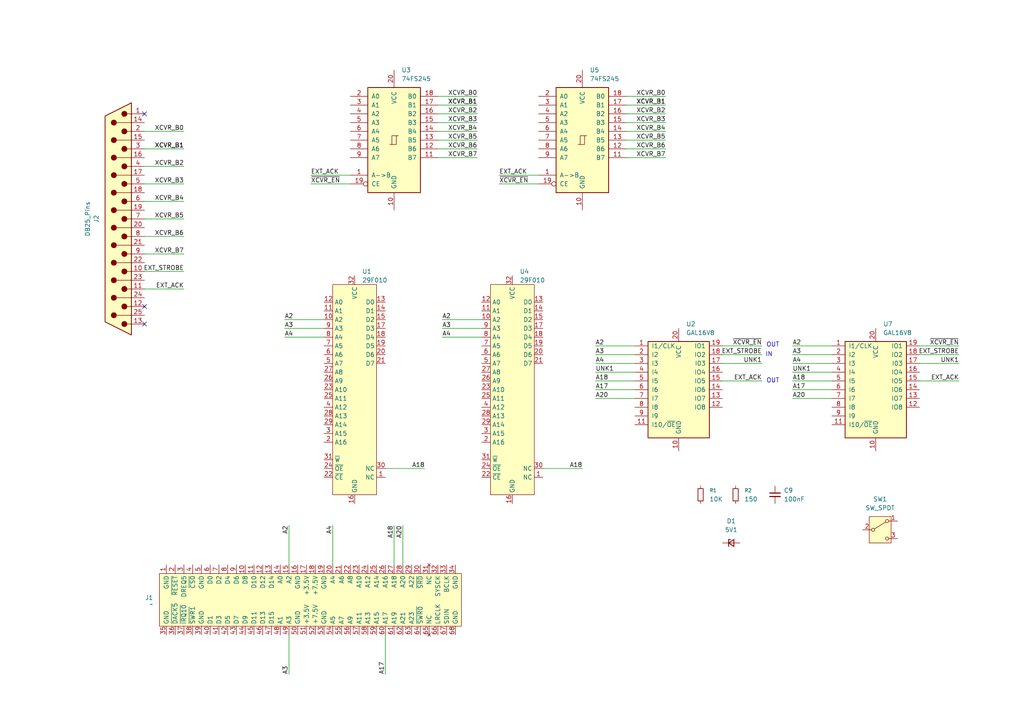
<source format=kicad_sch>
(kicad_sch (version 20250114) (generator "eeschema") (generator_version "9.0")
  (paper "A4")
  (lib_symbols
    (symbol "29F010_1"
      (property "Reference" "U" (at 3.048 28.448 0))
      (property "Value" "29F010" (at 0 0 90))
      (symbol "29F010_1_1_1"
        (rectangle (start -6.35 26.67) (end 6.35 -34.29) (fill (type background)))
        (pin input line (at -8.89 21.59 0) (length 2.54) (name "A0") (number "12"))
        (pin input line (at -8.89 19.05 0) (length 2.54) (name "A1") (number "11"))
        (pin input line (at -8.89 16.51 0) (length 2.54) (name "A2") (number "10"))
        (pin input line (at -8.89 13.97 0) (length 2.54) (name "A3") (number "9"))
        (pin input line (at -8.89 11.43 0) (length 2.54) (name "A4") (number "8"))
        (pin input line (at -8.89 8.89 0) (length 2.54) (name "A5") (number "7"))
        (pin input line (at -8.89 6.35 0) (length 2.54) (name "A6") (number "6"))
        (pin input line (at -8.89 3.81 0) (length 2.54) (name "A7") (number "5"))
        (pin input line (at -8.89 1.27 0) (length 2.54) (name "A8") (number "27"))
        (pin input line (at -8.89 -1.27 0) (length 2.54) (name "A9") (number "26"))
        (pin input line (at -8.89 -3.81 0) (length 2.54) (name "A10") (number "23"))
        (pin input line (at -8.89 -6.35 0) (length 2.54) (name "A11") (number "25"))
        (pin input line (at -8.89 -8.89 0) (length 2.54) (name "A12") (number "4"))
        (pin input line (at -8.89 -11.43 0) (length 2.54) (name "A13") (number "28"))
        (pin input line (at -8.89 -13.97 0) (length 2.54) (name "A14") (number "29"))
        (pin input line (at -8.89 -16.51 0) (length 2.54) (name "A15") (number "3"))
        (pin input line (at -8.89 -19.05 0) (length 2.54) (name "A16") (number "2"))
        (pin input line (at -8.89 -24.13 0) (length 2.54) (name "~{W}") (number "31"))
        (pin input line (at -8.89 -26.67 0) (length 2.54) (name "~{OE}") (number "24"))
        (pin input line (at -8.89 -29.21 0) (length 2.54) (name "~{CE}") (number "22"))
        (pin power_in line (at 0 29.21 270) (length 2.54) (name "VCC") (number "32"))
        (pin power_in line (at 0 -36.83 90) (length 2.54) (name "GND") (number "16"))
        (pin output line (at 8.89 21.59 180) (length 2.54) (name "D0") (number "13"))
        (pin output line (at 8.89 19.05 180) (length 2.54) (name "D1") (number "14"))
        (pin output line (at 8.89 16.51 180) (length 2.54) (name "D2") (number "15"))
        (pin output line (at 8.89 13.97 180) (length 2.54) (name "D3") (number "17"))
        (pin output line (at 8.89 11.43 180) (length 2.54) (name "D4") (number "18"))
        (pin output line (at 8.89 8.89 180) (length 2.54) (name "D5") (number "19"))
        (pin output line (at 8.89 6.35 180) (length 2.54) (name "D6") (number "20"))
        (pin output line (at 8.89 3.81 180) (length 2.54) (name "D7") (number "21"))
        (pin free line (at 8.89 -26.67 180) (length 2.54) (name "NC") (number "30"))
        (pin free line (at 8.89 -29.21 180) (length 2.54) (name "NC") (number "1"))
      )
    )
    (symbol "74xx:74LS245" (pin_names (offset 1.016))
      (property "Reference" "U" (at -7.62 16.51 0))
      (property "Value" "74LS245" (at -7.62 -16.51 0))
      (symbol "74LS245_1_0"
        (polyline (pts (xy -1.27 -1.27) (xy 0.635 -1.27) (xy 0.635 1.27) (xy 1.27 1.27)))
        (polyline (pts (xy -0.635 -1.27) (xy -0.635 1.27) (xy 0.635 1.27)))
        (pin tri_state line (at -12.7 12.7 0) (length 5.08) (name "A0") (number "2"))
        (pin tri_state line (at -12.7 10.16 0) (length 5.08) (name "A1") (number "3"))
        (pin tri_state line (at -12.7 7.62 0) (length 5.08) (name "A2") (number "4"))
        (pin tri_state line (at -12.7 5.08 0) (length 5.08) (name "A3") (number "5"))
        (pin tri_state line (at -12.7 2.54 0) (length 5.08) (name "A4") (number "6"))
        (pin tri_state line (at -12.7 0 0) (length 5.08) (name "A5") (number "7"))
        (pin tri_state line (at -12.7 -2.54 0) (length 5.08) (name "A6") (number "8"))
        (pin tri_state line (at -12.7 -5.08 0) (length 5.08) (name "A7") (number "9"))
        (pin input line (at -12.7 -10.16 0) (length 5.08) (name "A->B") (number "1"))
        (pin input inverted (at -12.7 -12.7 0) (length 5.08) (name "CE") (number "19"))
        (pin power_in line (at 0 20.32 270) (length 5.08) (name "VCC") (number "20"))
        (pin power_in line (at 0 -20.32 90) (length 5.08) (name "GND") (number "10"))
        (pin tri_state line (at 12.7 12.7 180) (length 5.08) (name "B0") (number "18"))
        (pin tri_state line (at 12.7 10.16 180) (length 5.08) (name "B1") (number "17"))
        (pin tri_state line (at 12.7 7.62 180) (length 5.08) (name "B2") (number "16"))
        (pin tri_state line (at 12.7 5.08 180) (length 5.08) (name "B3") (number "15"))
        (pin tri_state line (at 12.7 2.54 180) (length 5.08) (name "B4") (number "14"))
        (pin tri_state line (at 12.7 0 180) (length 5.08) (name "B5") (number "13"))
        (pin tri_state line (at 12.7 -2.54 180) (length 5.08) (name "B6") (number "12"))
        (pin tri_state line (at 12.7 -5.08 180) (length 5.08) (name "B7") (number "11"))
      )
      (symbol "74LS245_1_1"
        (rectangle (start -7.62 15.24) (end 7.62 -15.24) (stroke (width 0.254)) (fill (type background)))
      )
    )
    (symbol "Connector:DB25_Pins" (pin_names (offset 1.016) (hide yes))
      (property "Reference" "J" (at 0 34.29 0))
      (property "Value" "DB25_Pins" (at 0 -34.925 0))
      (symbol "DB25_Pins_0_1"
        (polyline (pts (xy -3.81 30.48) (xy -2.54 30.48)))
        (polyline (pts (xy -3.81 27.94) (xy 0.508 27.94)))
        (polyline (pts (xy -3.81 25.4) (xy -2.54 25.4)))
        (polyline (pts (xy -3.81 22.86) (xy 0.508 22.86)))
        (polyline (pts (xy -3.81 20.32) (xy -2.54 20.32)))
        (polyline (pts (xy -3.81 17.78) (xy 0.508 17.78)))
        (polyline (pts (xy -3.81 15.24) (xy -2.54 15.24)))
        (polyline (pts (xy -3.81 12.7) (xy 0.508 12.7)))
        (polyline (pts (xy -3.81 10.16) (xy -2.54 10.16)))
        (polyline (pts (xy -3.81 7.62) (xy 0.508 7.62)))
        (polyline (pts (xy -3.81 5.08) (xy -2.54 5.08)))
        (polyline (pts (xy -3.81 2.54) (xy 0.508 2.54)))
        (polyline (pts (xy -3.81 0) (xy -2.54 0)))
        (polyline (pts (xy -3.81 -2.54) (xy 0.508 -2.54)))
        (polyline (pts (xy -3.81 -5.08) (xy -2.54 -5.08)))
        (polyline (pts (xy -3.81 -7.62) (xy 0.508 -7.62)))
        (polyline (pts (xy -3.81 -10.16) (xy -2.54 -10.16)))
        (polyline (pts (xy -3.81 -12.7) (xy 0.508 -12.7)))
        (polyline (pts (xy -3.81 -15.24) (xy -2.54 -15.24)))
        (polyline (pts (xy -3.81 -17.78) (xy 0.508 -17.78)))
        (polyline (pts (xy -3.81 -20.32) (xy -2.54 -20.32)))
        (polyline (pts (xy -3.81 -22.86) (xy 0.508 -22.86)))
        (polyline (pts (xy -3.81 -25.4) (xy -2.54 -25.4)))
        (polyline (pts (xy -3.81 -27.94) (xy 0.508 -27.94)))
        (polyline (pts (xy -3.81 -30.48) (xy -2.54 -30.48)))
        (polyline (pts (xy -3.81 -33.655) (xy 3.81 -29.845) (xy 3.81 29.845) (xy -3.81 33.655) (xy -3.81 -33.655)) (stroke (width 0.254)) (fill (type background)))
        (circle (center -1.778 30.48) (radius 0.762) (fill (type outline)))
        (circle (center -1.778 25.4) (radius 0.762) (fill (type outline)))
        (circle (center -1.778 20.32) (radius 0.762) (fill (type outline)))
        (circle (center -1.778 15.24) (radius 0.762) (fill (type outline)))
        (circle (center -1.778 10.16) (radius 0.762) (fill (type outline)))
        (circle (center -1.778 5.08) (radius 0.762) (fill (type outline)))
        (circle (center -1.778 0) (radius 0.762) (fill (type outline)))
        (circle (center -1.778 -5.08) (radius 0.762) (fill (type outline)))
        (circle (center -1.778 -10.16) (radius 0.762) (fill (type outline)))
        (circle (center -1.778 -15.24) (radius 0.762) (fill (type outline)))
        (circle (center -1.778 -20.32) (radius 0.762) (fill (type outline)))
        (circle (center -1.778 -25.4) (radius 0.762) (fill (type outline)))
        (circle (center -1.778 -30.48) (radius 0.762) (fill (type outline)))
        (circle (center 1.27 27.94) (radius 0.762) (fill (type outline)))
        (circle (center 1.27 22.86) (radius 0.762) (fill (type outline)))
        (circle (center 1.27 17.78) (radius 0.762) (fill (type outline)))
        (circle (center 1.27 12.7) (radius 0.762) (fill (type outline)))
        (circle (center 1.27 7.62) (radius 0.762) (fill (type outline)))
        (circle (center 1.27 2.54) (radius 0.762) (fill (type outline)))
        (circle (center 1.27 -2.54) (radius 0.762) (fill (type outline)))
        (circle (center 1.27 -7.62) (radius 0.762) (fill (type outline)))
        (circle (center 1.27 -12.7) (radius 0.762) (fill (type outline)))
        (circle (center 1.27 -17.78) (radius 0.762) (fill (type outline)))
        (circle (center 1.27 -22.86) (radius 0.762) (fill (type outline)))
        (circle (center 1.27 -27.94) (radius 0.762) (fill (type outline)))
      )
      (symbol "DB25_Pins_1_1"
        (pin passive line (at -7.62 30.48 0) (length 3.81) (name "13") (number "13"))
        (pin passive line (at -7.62 27.94 0) (length 3.81) (name "P25") (number "25"))
        (pin passive line (at -7.62 25.4 0) (length 3.81) (name "12") (number "12"))
        (pin passive line (at -7.62 22.86 0) (length 3.81) (name "P24") (number "24"))
        (pin passive line (at -7.62 20.32 0) (length 3.81) (name "11") (number "11"))
        (pin passive line (at -7.62 17.78 0) (length 3.81) (name "P23") (number "23"))
        (pin passive line (at -7.62 15.24 0) (length 3.81) (name "10") (number "10"))
        (pin passive line (at -7.62 12.7 0) (length 3.81) (name "P22") (number "22"))
        (pin passive line (at -7.62 10.16 0) (length 3.81) (name "9") (number "9"))
        (pin passive line (at -7.62 7.62 0) (length 3.81) (name "P21") (number "21"))
        (pin passive line (at -7.62 5.08 0) (length 3.81) (name "8") (number "8"))
        (pin passive line (at -7.62 2.54 0) (length 3.81) (name "P20") (number "20"))
        (pin passive line (at -7.62 0 0) (length 3.81) (name "7") (number "7"))
        (pin passive line (at -7.62 -2.54 0) (length 3.81) (name "P19") (number "19"))
        (pin passive line (at -7.62 -5.08 0) (length 3.81) (name "6") (number "6"))
        (pin passive line (at -7.62 -7.62 0) (length 3.81) (name "P18") (number "18"))
        (pin passive line (at -7.62 -10.16 0) (length 3.81) (name "5") (number "5"))
        (pin passive line (at -7.62 -12.7 0) (length 3.81) (name "P17") (number "17"))
        (pin passive line (at -7.62 -15.24 0) (length 3.81) (name "4") (number "4"))
        (pin passive line (at -7.62 -17.78 0) (length 3.81) (name "P16") (number "16"))
        (pin passive line (at -7.62 -20.32 0) (length 3.81) (name "3") (number "3"))
        (pin passive line (at -7.62 -22.86 0) (length 3.81) (name "P15") (number "15"))
        (pin passive line (at -7.62 -25.4 0) (length 3.81) (name "2") (number "2"))
        (pin passive line (at -7.62 -27.94 0) (length 3.81) (name "P14") (number "14"))
        (pin passive line (at -7.62 -30.48 0) (length 3.81) (name "1") (number "1"))
      )
    )
    (symbol "Device:C_Small" (pin_numbers (hide yes)) (pin_names (offset 0.254) (hide yes))
      (property "Reference" "C" (at 0.254 1.778 0))
      (property "Value" "C_Small" (at 0.254 -2.032 0))
      (symbol "C_Small_0_1"
        (polyline (pts (xy -1.524 0.508) (xy 1.524 0.508)) (stroke (width 0.3048)))
        (polyline (pts (xy -1.524 -0.508) (xy 1.524 -0.508)) (stroke (width 0.3302)))
      )
      (symbol "C_Small_1_1"
        (pin passive line (at 0 2.54 270) (length 2.032) (name "~") (number "1"))
        (pin passive line (at 0 -2.54 90) (length 2.032) (name "~") (number "2"))
      )
    )
    (symbol "Device:D_Zener_Small" (pin_numbers (hide yes)) (pin_names (offset 0.254) (hide yes))
      (property "Reference" "D" (at 0 2.286 0))
      (property "Value" "D_Zener_Small" (at 0 -2.286 0))
      (symbol "D_Zener_Small_0_1"
        (polyline (pts (xy -0.254 1.016) (xy -0.762 1.016) (xy -0.762 -1.016)) (stroke (width 0.254)))
        (polyline (pts (xy 0.762 1.016) (xy -0.762 0) (xy 0.762 -1.016) (xy 0.762 1.016)) (stroke (width 0.254)))
        (polyline (pts (xy 0.762 0) (xy -0.762 0)))
      )
      (symbol "D_Zener_Small_1_1"
        (pin passive line (at -2.54 0 0) (length 1.778) (name "K") (number "1"))
        (pin passive line (at 2.54 0 180) (length 1.778) (name "A") (number "2"))
      )
    )
    (symbol "Device:R_Small" (pin_numbers (hide yes)) (pin_names (offset 0.254) (hide yes))
      (property "Reference" "R" (at 0 0 90))
      (property "Value" "R_Small" (at 1.778 0 90))
      (symbol "R_Small_0_1"
        (rectangle (start -0.762 1.778) (end 0.762 -1.778) (stroke (width 0.2032)))
      )
      (symbol "R_Small_1_1"
        (pin passive line (at 0 2.54 270) (length 0.762) (name "~") (number "1"))
        (pin passive line (at 0 -2.54 90) (length 0.762) (name "~") (number "2"))
      )
    )
    (symbol "Logic_Programmable:GAL16V8" (pin_names (offset 1.016))
      (property "Reference" "U" (at -8.89 16.51 0))
      (property "Value" "GAL16V8" (at 1.27 16.51 0))
      (symbol "GAL16V8_0_0"
        (pin power_in line (at 0 17.78 270) (length 3.81) (name "VCC") (number "20"))
        (pin power_in line (at 0 -17.78 90) (length 3.81) (name "GND") (number "10"))
      )
      (symbol "GAL16V8_0_1"
        (rectangle (start -8.89 13.97) (end 8.89 -13.97) (stroke (width 0.254)) (fill (type background)))
      )
      (symbol "GAL16V8_1_1"
        (pin input line (at -12.7 12.7 0) (length 3.81) (name "I1/CLK") (number "1"))
        (pin input line (at -12.7 10.16 0) (length 3.81) (name "I2") (number "2"))
        (pin input line (at -12.7 7.62 0) (length 3.81) (name "I3") (number "3"))
        (pin input line (at -12.7 5.08 0) (length 3.81) (name "I4") (number "4"))
        (pin input line (at -12.7 2.54 0) (length 3.81) (name "I5") (number "5"))
        (pin input line (at -12.7 0 0) (length 3.81) (name "I6") (number "6"))
        (pin input line (at -12.7 -2.54 0) (length 3.81) (name "I7") (number "7"))
        (pin input line (at -12.7 -5.08 0) (length 3.81) (name "I8") (number "8"))
        (pin input line (at -12.7 -7.62 0) (length 3.81) (name "I9") (number "9"))
        (pin input line (at -12.7 -10.16 0) (length 3.81) (name "I10/~{OE}") (number "11"))
        (pin tri_state line (at 12.7 12.7 180) (length 3.81) (name "IO1") (number "19"))
        (pin tri_state line (at 12.7 10.16 180) (length 3.81) (name "IO2") (number "18"))
        (pin tri_state line (at 12.7 7.62 180) (length 3.81) (name "I03") (number "17"))
        (pin tri_state line (at 12.7 5.08 180) (length 3.81) (name "IO4") (number "16"))
        (pin tri_state line (at 12.7 2.54 180) (length 3.81) (name "IO5") (number "15"))
        (pin tri_state line (at 12.7 0 180) (length 3.81) (name "IO6") (number "14"))
        (pin tri_state line (at 12.7 -2.54 180) (length 3.81) (name "IO7") (number "13"))
        (pin tri_state line (at 12.7 -5.08 180) (length 3.81) (name "IO8") (number "12"))
      )
    )
    (symbol "PR_Symbols:29F010"
      (property "Reference" "U" (at 3.048 28.448 0))
      (property "Value" "29F010" (at 0 0 90))
      (symbol "29F010_1_1"
        (rectangle (start -6.35 26.67) (end 6.35 -34.29) (fill (type background)))
        (pin input line (at -8.89 21.59 0) (length 2.54) (name "A0") (number "12"))
        (pin input line (at -8.89 19.05 0) (length 2.54) (name "A1") (number "11"))
        (pin input line (at -8.89 16.51 0) (length 2.54) (name "A2") (number "10"))
        (pin input line (at -8.89 13.97 0) (length 2.54) (name "A3") (number "9"))
        (pin input line (at -8.89 11.43 0) (length 2.54) (name "A4") (number "8"))
        (pin input line (at -8.89 8.89 0) (length 2.54) (name "A5") (number "7"))
        (pin input line (at -8.89 6.35 0) (length 2.54) (name "A6") (number "6"))
        (pin input line (at -8.89 3.81 0) (length 2.54) (name "A7") (number "5"))
        (pin input line (at -8.89 1.27 0) (length 2.54) (name "A8") (number "27"))
        (pin input line (at -8.89 -1.27 0) (length 2.54) (name "A9") (number "26"))
        (pin input line (at -8.89 -3.81 0) (length 2.54) (name "A10") (number "23"))
        (pin input line (at -8.89 -6.35 0) (length 2.54) (name "A11") (number "25"))
        (pin input line (at -8.89 -8.89 0) (length 2.54) (name "A12") (number "4"))
        (pin input line (at -8.89 -11.43 0) (length 2.54) (name "A13") (number "28"))
        (pin input line (at -8.89 -13.97 0) (length 2.54) (name "A14") (number "29"))
        (pin input line (at -8.89 -16.51 0) (length 2.54) (name "A15") (number "3"))
        (pin input line (at -8.89 -19.05 0) (length 2.54) (name "A16") (number "2"))
        (pin input line (at -8.89 -24.13 0) (length 2.54) (name "~{W}") (number "31"))
        (pin input line (at -8.89 -26.67 0) (length 2.54) (name "~{OE}") (number "24"))
        (pin input line (at -8.89 -29.21 0) (length 2.54) (name "~{CE}") (number "22"))
        (pin power_in line (at 0 29.21 270) (length 2.54) (name "VCC") (number "32"))
        (pin power_in line (at 0 -36.83 90) (length 2.54) (name "GND") (number "16"))
        (pin output line (at 8.89 21.59 180) (length 2.54) (name "D0") (number "13"))
        (pin output line (at 8.89 19.05 180) (length 2.54) (name "D1") (number "14"))
        (pin output line (at 8.89 16.51 180) (length 2.54) (name "D2") (number "15"))
        (pin output line (at 8.89 13.97 180) (length 2.54) (name "D3") (number "17"))
        (pin output line (at 8.89 11.43 180) (length 2.54) (name "D4") (number "18"))
        (pin output line (at 8.89 8.89 180) (length 2.54) (name "D5") (number "19"))
        (pin output line (at 8.89 6.35 180) (length 2.54) (name "D6") (number "20"))
        (pin output line (at 8.89 3.81 180) (length 2.54) (name "D7") (number "21"))
        (pin free line (at 8.89 -26.67 180) (length 2.54) (name "NC") (number "30"))
        (pin free line (at 8.89 -29.21 180) (length 2.54) (name "NC") (number "1"))
      )
    )
    (symbol "PR_Symbols:PIO Port"
      (property "Reference" "J" (at 46.482 9.398 0))
      (symbol "PIO Port_1_1"
        (rectangle (start -42.672 7.62) (end 44.958 -7.62) (fill (type background)))
        (pin power_out line (at -40.64 10.16 270) (length 2.54) (name "GND") (number "1"))
        (pin power_out line (at -40.64 -10.16 90) (length 2.54) (name "GND") (number "35"))
        (pin open_collector line (at -38.1 10.16 270) (length 2.54) (name "~{RESET}") (number "2"))
        (pin output line (at -38.1 -10.16 90) (length 2.54) (name "~{DACK5}") (number "36"))
        (pin input line (at -35.56 10.16 270) (length 2.54) (name "DREQ5") (number "3"))
        (pin input line (at -35.56 -10.16 90) (length 2.54) (name "~{IRQ10}") (number "37"))
        (pin output line (at -33.02 10.16 270) (length 2.54) (name "~{CS0}") (number "4"))
        (pin output line (at -33.02 -10.16 90) (length 2.54) (name "~{SWR1}") (number "38"))
        (pin output line (at -30.48 10.16 270) (length 2.54) (name "GND") (number "5"))
        (pin output line (at -30.48 -10.16 90) (length 2.54) (name "GND") (number "39"))
        (pin bidirectional line (at -27.94 10.16 270) (length 2.54) (name "D0") (number "6"))
        (pin bidirectional line (at -27.94 -10.16 90) (length 2.54) (name "D1") (number "40"))
        (pin bidirectional line (at -25.4 10.16 270) (length 2.54) (name "D2") (number "7"))
        (pin bidirectional line (at -25.4 -10.16 90) (length 2.54) (name "D3") (number "41"))
        (pin bidirectional line (at -22.86 10.16 270) (length 2.54) (name "D4") (number "8"))
        (pin bidirectional line (at -22.86 -10.16 90) (length 2.54) (name "D5") (number "42"))
        (pin bidirectional line (at -20.32 10.16 270) (length 2.54) (name "D6") (number "9"))
        (pin bidirectional line (at -20.32 -10.16 90) (length 2.54) (name "D7") (number "43"))
        (pin bidirectional line (at -17.78 10.16 270) (length 2.54) (name "D8") (number "10"))
        (pin bidirectional line (at -17.78 -10.16 90) (length 2.54) (name "D9") (number "44"))
        (pin bidirectional line (at -15.24 10.16 270) (length 2.54) (name "D10") (number "11"))
        (pin bidirectional line (at -15.24 -10.16 90) (length 2.54) (name "D11") (number "45"))
        (pin bidirectional line (at -12.7 10.16 270) (length 2.54) (name "D12") (number "12"))
        (pin bidirectional line (at -12.7 -10.16 90) (length 2.54) (name "D13") (number "46"))
        (pin bidirectional line (at -10.16 10.16 270) (length 2.54) (name "D14") (number "13"))
        (pin bidirectional line (at -10.16 -10.16 90) (length 2.54) (name "D15") (number "47"))
        (pin output line (at -7.62 10.16 270) (length 2.54) (name "A0") (number "14"))
        (pin output line (at -7.62 -10.16 90) (length 2.54) (name "A1") (number "48"))
        (pin output line (at -5.08 10.16 270) (length 2.54) (name "A2") (number "15"))
        (pin output line (at -5.08 -10.16 90) (length 2.54) (name "A3") (number "49"))
        (pin output line (at -2.54 10.16 270) (length 2.54) (name "GND") (number "16"))
        (pin output line (at -2.54 -10.16 90) (length 2.54) (name "GND") (number "50"))
        (pin power_out line (at 0 10.16 270) (length 2.54) (name "+3.5V") (number "17"))
        (pin power_out line (at 0 -10.16 90) (length 2.54) (name "+3.5V") (number "51"))
        (pin power_out line (at 2.54 10.16 270) (length 2.54) (name "+7.5V") (number "18"))
        (pin power_out line (at 2.54 -10.16 90) (length 2.54) (name "+7.5V") (number "52"))
        (pin output line (at 5.08 10.16 270) (length 2.54) (name "GND") (number "19"))
        (pin output line (at 5.08 -10.16 90) (length 2.54) (name "GND") (number "53"))
        (pin output line (at 7.62 10.16 270) (length 2.54) (name "A4") (number "20"))
        (pin output line (at 7.62 -10.16 90) (length 2.54) (name "A5") (number "54"))
        (pin output line (at 10.16 10.16 270) (length 2.54) (name "A6") (number "21"))
        (pin output line (at 10.16 -10.16 90) (length 2.54) (name "A7") (number "55"))
        (pin output line (at 12.7 10.16 270) (length 2.54) (name "A8") (number "22"))
        (pin output line (at 12.7 -10.16 90) (length 2.54) (name "A9") (number "56"))
        (pin output line (at 15.24 10.16 270) (length 2.54) (name "A10") (number "23"))
        (pin output line (at 15.24 -10.16 90) (length 2.54) (name "A11") (number "57"))
        (pin output line (at 17.78 10.16 270) (length 2.54) (name "A12") (number "24"))
        (pin output line (at 17.78 -10.16 90) (length 2.54) (name "A13") (number "58"))
        (pin output line (at 20.32 10.16 270) (length 2.54) (name "A14") (number "25"))
        (pin output line (at 20.32 -10.16 90) (length 2.54) (name "A15") (number "59"))
        (pin output line (at 22.86 10.16 270) (length 2.54) (name "A16") (number "26"))
        (pin output line (at 22.86 -10.16 90) (length 2.54) (name "A17") (number "60"))
        (pin output line (at 25.4 10.16 270) (length 2.54) (name "A18") (number "27"))
        (pin output line (at 25.4 -10.16 90) (length 2.54) (name "A19") (number "61"))
        (pin output line (at 27.94 10.16 270) (length 2.54) (name "A20") (number "28"))
        (pin output line (at 27.94 -10.16 90) (length 2.54) (name "A21") (number "62"))
        (pin output line (at 30.48 10.16 270) (length 2.54) (name "A22") (number "29"))
        (pin output line (at 30.48 -10.16 90) (length 2.54) (name "A23") (number "63"))
        (pin output line (at 33.02 10.16 270) (length 2.54) (name "~{SRD}") (number "30"))
        (pin output line (at 33.02 -10.16 90) (length 2.54) (name "~{SWR0}") (number "64"))
        (pin no_connect line (at 35.56 10.16 270) (length 2.54) (name "NC") (number "31"))
        (pin no_connect line (at 35.56 -10.16 90) (length 2.54) (name "NC") (number "65"))
        (pin output line (at 38.1 10.16 270) (length 2.54) (name "SYSCK") (number "32"))
        (pin output line (at 38.1 -10.16 90) (length 2.54) (name "LRCLK") (number "66"))
        (pin output line (at 40.64 10.16 270) (length 2.54) (name "BCLK") (number "33"))
        (pin input line (at 40.64 -10.16 90) (length 2.54) (name "SDIN") (number "67"))
        (pin power_out line (at 43.18 10.16 270) (length 2.54) (name "GND") (number "34"))
        (pin power_out line (at 43.18 -10.16 90) (length 2.54) (name "GND") (number "68"))
      )
    )
    (symbol "Switch:SW_SPDT" (pin_names (offset 0) (hide yes))
      (property "Reference" "SW" (at 0 5.08 0))
      (property "Value" "SW_SPDT" (at 0 -5.08 0))
      (symbol "SW_SPDT_0_1"
        (circle (center -2.032 0) (radius 0.4572))
        (polyline (pts (xy -1.651 0.254) (xy 1.651 2.286)))
        (circle (center 2.032 2.54) (radius 0.4572))
        (circle (center 2.032 -2.54) (radius 0.4572))
      )
      (symbol "SW_SPDT_1_1"
        (rectangle (start -3.175 3.81) (end 3.175 -3.81) (fill (type background)))
        (pin passive line (at -5.08 0 0) (length 2.54) (name "B") (number "2"))
        (pin passive line (at 5.08 2.54 180) (length 2.54) (name "A") (number "1"))
        (pin passive line (at 5.08 -2.54 180) (length 2.54) (name "C") (number "3"))
      )
    )
  )
  (text "OUT" (at 222.25 110.49 0) (effects (font (size 1.27 1.27)) (justify left)))
  (text "OUT" (at 222.25 100.076 0) (effects (font (size 1.27 1.27)) (justify left)))
  (text "IN" (at 221.996 102.87 0) (effects (font (size 1.27 1.27)) (justify left)))
  (no_connect (at 41.91 33.02))
  (no_connect (at 41.91 93.98))
  (no_connect (at 41.91 88.9))
  (wire (pts (xy 241.3 107.95) (xy 229.87 107.95)))
  (wire (pts (xy 127 35.56) (xy 138.43 35.56)))
  (wire (pts (xy 184.15 115.57) (xy 172.72 115.57)))
  (wire (pts (xy 41.91 68.58) (xy 53.34 68.58)))
  (wire (pts (xy 93.98 97.79) (xy 82.55 97.79)))
  (wire (pts (xy 96.52 163.83) (xy 96.52 152.4)))
  (wire (pts (xy 127 45.72) (xy 138.43 45.72)))
  (wire (pts (xy 266.7 110.49) (xy 278.13 110.49)))
  (wire (pts (xy 241.3 115.57) (xy 229.87 115.57)))
  (wire (pts (xy 127 40.64) (xy 138.43 40.64)))
  (wire (pts (xy 114.3 163.83) (xy 114.3 152.4)))
  (wire (pts (xy 101.6 50.8) (xy 90.17 50.8)))
  (wire (pts (xy 184.15 107.95) (xy 172.72 107.95)))
  (wire (pts (xy 41.91 83.82) (xy 53.34 83.82)))
  (wire (pts (xy 41.91 73.66) (xy 53.34 73.66)))
  (wire (pts (xy 184.15 105.41) (xy 172.72 105.41)))
  (wire (pts (xy 184.15 110.49) (xy 172.72 110.49)))
  (wire (pts (xy 241.3 105.41) (xy 229.87 105.41)))
  (wire (pts (xy 241.3 102.87) (xy 229.87 102.87)))
  (wire (pts (xy 83.82 184.15) (xy 83.82 195.58)))
  (wire (pts (xy 93.98 95.25) (xy 82.55 95.25)))
  (wire (pts (xy 181.61 30.48) (xy 193.04 30.48)))
  (wire (pts (xy 241.3 100.33) (xy 229.87 100.33)))
  (wire (pts (xy 181.61 35.56) (xy 193.04 35.56)))
  (wire (pts (xy 41.91 58.42) (xy 53.34 58.42)))
  (wire (pts (xy 41.91 43.18) (xy 53.34 43.18)))
  (wire (pts (xy 184.15 102.87) (xy 172.72 102.87)))
  (wire (pts (xy 241.3 110.49) (xy 229.87 110.49)))
  (wire (pts (xy 181.61 43.18) (xy 193.04 43.18)))
  (wire (pts (xy 127 38.1) (xy 138.43 38.1)))
  (wire (pts (xy 41.91 63.5) (xy 53.34 63.5)))
  (wire (pts (xy 111.76 135.89) (xy 123.19 135.89)))
  (wire (pts (xy 184.15 100.33) (xy 172.72 100.33)))
  (wire (pts (xy 101.6 53.34) (xy 90.17 53.34)))
  (wire (pts (xy 209.55 102.87) (xy 220.98 102.87)))
  (wire (pts (xy 41.91 38.1) (xy 53.34 38.1)))
  (wire (pts (xy 156.21 53.34) (xy 144.78 53.34)))
  (wire (pts (xy 209.55 105.41) (xy 220.98 105.41)))
  (wire (pts (xy 157.48 135.89) (xy 168.91 135.89)))
  (wire (pts (xy 181.61 45.72) (xy 193.04 45.72)))
  (wire (pts (xy 139.7 97.79) (xy 128.27 97.79)))
  (wire (pts (xy 93.98 92.71) (xy 82.55 92.71)))
  (wire (pts (xy 139.7 95.25) (xy 128.27 95.25)))
  (wire (pts (xy 184.15 113.03) (xy 172.72 113.03)))
  (wire (pts (xy 241.3 113.03) (xy 229.87 113.03)))
  (wire (pts (xy 127 30.48) (xy 138.43 30.48)))
  (wire (pts (xy 209.55 110.49) (xy 220.98 110.49)))
  (wire (pts (xy 209.55 100.33) (xy 220.98 100.33)))
  (wire (pts (xy 41.91 48.26) (xy 53.34 48.26)))
  (wire (pts (xy 181.61 40.64) (xy 193.04 40.64)))
  (wire (pts (xy 266.7 100.33) (xy 278.13 100.33)))
  (wire (pts (xy 156.21 50.8) (xy 144.78 50.8)))
  (wire (pts (xy 41.91 78.74) (xy 53.34 78.74)))
  (wire (pts (xy 127 43.18) (xy 138.43 43.18)))
  (wire (pts (xy 266.7 102.87) (xy 278.13 102.87)))
  (wire (pts (xy 111.76 184.15) (xy 111.76 195.58)))
  (wire (pts (xy 139.7 92.71) (xy 128.27 92.71)))
  (wire (pts (xy 41.91 53.34) (xy 53.34 53.34)))
  (wire (pts (xy 83.82 163.83) (xy 83.82 152.4)))
  (wire (pts (xy 116.84 163.83) (xy 116.84 152.4)))
  (wire (pts (xy 181.61 27.94) (xy 193.04 27.94)))
  (wire (pts (xy 127 33.02) (xy 138.43 33.02)))
  (wire (pts (xy 127 27.94) (xy 138.43 27.94)))
  (wire (pts (xy 181.61 33.02) (xy 193.04 33.02)))
  (wire (pts (xy 181.61 38.1) (xy 193.04 38.1)))
  (wire (pts (xy 266.7 105.41) (xy 278.13 105.41)))
  (label "A20" (at 229.87 115.57 0))
  (label "UNK1" (at 278.13 105.41 180))
  (label "EXT_STROBE" (at 53.34 78.74 180))
  (label "A4" (at 128.27 97.79 0))
  (label "XCVR_B7" (at 193.04 45.72 180))
  (label "EXT_ACK" (at 90.17 50.8 0))
  (label "EXT_STROBE" (at 278.13 102.87 180))
  (label "~{XCVR_EN}" (at 220.98 100.33 180))
  (label "XCVR_B4" (at 53.34 58.42 180))
  (label "A2" (at 83.82 152.4 270))
  (label "A3" (at 82.55 95.25 0))
  (label "A20" (at 172.72 115.57 0))
  (label "A4" (at 172.72 105.41 0))
  (label "EXT_ACK" (at 53.34 83.82 180))
  (label "A3" (at 83.82 195.58 90))
  (label "A3" (at 229.87 102.87 0))
  (label "A18" (at 229.87 110.49 0))
  (label "XCVR_B0" (at 193.04 27.94 180))
  (label "EXT_ACK" (at 220.98 110.49 180))
  (label "EXT_STROBE" (at 220.98 102.87 180))
  (label "UNK1" (at 220.98 105.41 180))
  (label "XCVR_B3" (at 53.34 53.34 180))
  (label "XCVR_B0" (at 138.43 27.94 180))
  (label "A17" (at 172.72 113.03 0))
  (label "A17" (at 229.87 113.03 0))
  (label "~{XCVR_EN}" (at 90.17 53.34 0))
  (label "UNK1" (at 229.87 107.95 0))
  (label "XCVR_B3" (at 138.43 35.56 180))
  (label "XCVR_B6" (at 193.04 43.18 180))
  (label "XCVR_B7" (at 138.43 45.72 180))
  (label "A4" (at 229.87 105.41 0))
  (label "XCVR_B5" (at 53.34 63.5 180))
  (label "XCVR_B2" (at 193.04 33.02 180))
  (label "XCVR_B0" (at 53.34 38.1 180))
  (label "XCVR_B2" (at 138.43 33.02 180))
  (label "A4" (at 82.55 97.79 0))
  (label "A17" (at 111.76 195.58 90))
  (label "XCVR_B5" (at 138.43 40.64 180))
  (label "XCVR_B6" (at 138.43 43.18 180))
  (label "XCVR_B1" (at 193.04 30.48 180))
  (label "XCVR_B1" (at 193.04 30.48 180))
  (label "A4" (at 96.52 152.4 270))
  (label "A2" (at 172.72 100.33 0))
  (label "EXT_ACK" (at 144.78 50.8 0))
  (label "XCVR_B1" (at 138.43 30.48 180))
  (label "A2" (at 82.55 92.71 0))
  (label "A20" (at 116.84 152.4 270))
  (label "A18" (at 114.3 152.4 270))
  (label "XCVR_B3" (at 193.04 35.56 180))
  (label "~{XCVR_EN}" (at 278.13 100.33 180))
  (label "XCVR_B1" (at 53.34 43.18 180))
  (label "XCVR_B6" (at 53.34 68.58 180))
  (label "A2" (at 229.87 100.33 0))
  (label "~{XCVR_EN}" (at 144.78 53.34 0))
  (label "XCVR_B4" (at 138.43 38.1 180))
  (label "XCVR_B7" (at 53.34 73.66 180))
  (label "UNK1" (at 172.72 107.95 0))
  (label "A18" (at 123.19 135.89 180))
  (label "XCVR_B1" (at 53.34 43.18 180))
  (label "A3" (at 172.72 102.87 0))
  (label "A18" (at 172.72 110.49 0))
  (label "A3" (at 128.27 95.25 0))
  (label "XCVR_B5" (at 193.04 40.64 180))
  (label "XCVR_B1" (at 138.43 30.48 180))
  (label "EXT_ACK" (at 278.13 110.49 180))
  (label "XCVR_B2" (at 53.34 48.26 180))
  (label "A2" (at 128.27 92.71 0))
  (label "XCVR_B4" (at 193.04 38.1 180))
  (label "A18" (at 168.91 135.89 180))
  (symbol (lib_id "Logic_Programmable:GAL16V8") (at 254 113.03 0) (unit 1)
    (property "Reference" "U7" (at 256.1433 93.98 0) (effects (justify left)))
    (property "Value" "GAL16V8" (at 256.1433 96.52 0) (effects (justify left)))
    (property "Footprint" "PR_Footprints:PLCC-20" (effects (hide yes)))
    (property "Description" "Programmable Logic Array, DIP-20/SOIC-20/PLCC-20" (effects (hide yes)))
  )
  (symbol (lib_id "Device:D_Zener_Small") (at 212.09 157.48 0) (unit 1)
    (property "Reference" "D1" (at 212.09 151.13 0))
    (property "Value" "5V1" (at 212.09 153.67 0))
    (property "Footprint" "PR_Footprints:D_Vertical_KathodeUp" (effects (hide yes)))
    (property "Description" "Zener diode, small symbol" (effects (hide yes)))
  )
  (symbol (lib_id "Logic_Programmable:GAL16V8") (at 196.85 113.03 0) (unit 1)
    (property "Reference" "U2" (at 198.9933 93.98 0) (effects (justify left)))
    (property "Value" "GAL16V8" (at 198.9933 96.52 0) (effects (justify left)))
    (property "Footprint" "Package_DIP:DIP-20_W7.62mm" (effects (hide yes)))
    (property "Description" "Programmable Logic Array, DIP-20/SOIC-20/PLCC-20" (effects (hide yes)))
  )
  (symbol (lib_id "Device:R_Small") (at 213.36 143.51 0) (unit 1)
    (property "Reference" "R2" (at 215.9 142.2399 0) (effects (font (size 1.016 1.016)) (justify left)))
    (property "Value" "150" (at 215.9 144.7799 0) (effects (justify left)))
    (property "Footprint" "Resistor_SMD:R_1206_3216Metric_Pad1.30x1.75mm_HandSolder" (effects (hide yes)))
    (property "Description" "Resistor, small symbol" (effects (hide yes)))
  )
  (symbol (lib_id "Connector:DB25_Pins") (at 34.29 63.5 180) (unit 1)
    (property "Reference" "J2" (at 27.94 63.5 90))
    (property "Value" "DB25_Pins" (at 25.4 63.5 90))
    (property "Footprint" "Connector_Dsub:DSUB-25_Pins_Vertical_P2.77x2.84mm" (effects (hide yes)))
    (property "Description" "25-pin D-SUB connector, pins (male)" (effects (hide yes)))
  )
  (symbol (lib_id "Device:C_Small") (at 224.79 143.51 0) (unit 1)
    (property "Reference" "C9" (at 227.33 142.2462 0) (effects (justify left)))
    (property "Value" "100nF" (at 227.33 144.7862 0) (effects (justify left)))
    (property "Footprint" "Capacitor_SMD:C_1206_3216Metric_Pad1.33x1.80mm_HandSolder" (effects (hide yes)))
    (property "Description" "Unpolarized capacitor, small symbol" (effects (hide yes)))
  )
  (symbol (lib_id "74xx:74LS245") (at 114.3 40.64 0) (unit 1)
    (property "Reference" "U3" (at 116.4433 20.32 0) (effects (justify left)))
    (property "Value" "74FS245" (at 116.4433 22.86 0) (effects (justify left)))
    (property "Footprint" "Package_DIP:DIP-20_W7.62mm" (effects (hide yes)))
    (property "Datasheet" "http://www.ti.com/lit/gpn/sn74LS245" (effects (hide yes)))
    (property "Description" "Octal BUS Transceivers, 3-State outputs" (effects (hide yes)))
  )
  (symbol (lib_id "Device:R_Small") (at 203.2 143.51 0) (unit 1)
    (property "Reference" "R1" (at 205.74 142.2399 0) (effects (font (size 1.016 1.016)) (justify left)))
    (property "Value" "10K" (at 205.74 144.7799 0) (effects (justify left)))
    (property "Footprint" "Resistor_SMD:R_1206_3216Metric_Pad1.30x1.75mm_HandSolder" (effects (hide yes)))
    (property "Description" "Resistor, small symbol" (effects (hide yes)))
  )
  (symbol (lib_id "PR_Symbols:29F010") (at 102.87 109.22 0) (unit 1)
    (property "Reference" "U1" (at 105.0133 78.74 0) (effects (justify left)))
    (property "Value" "29F010" (at 105.0133 81.28 0) (effects (justify left)))
    (property "Footprint" "Package_DIP:DIP-32_W15.24mm" (effects (hide yes)))
  )
  (symbol (lib_name "29F010_1") (lib_id "PR_Symbols:29F010") (at 148.59 109.22 0) (unit 1)
    (property "Reference" "U4" (at 150.7333 78.74 0) (effects (justify left)))
    (property "Value" "29F010" (at 150.7333 81.28 0) (effects (justify left)))
    (property "Footprint" "PR_Footprints:PLCC-32" (effects (hide yes)))
  )
  (symbol (lib_id "PR_Symbols:PIO Port") (at 88.9 173.99 0) (unit 1)
    (property "Reference" "J1" (at 44.45 173.3549 0) (effects (justify right)))
    (property "Value" "~" (at 44.45 175.26 0) (effects (justify right)))
    (property "Footprint" "PR_Footprints:PIO_Connector" (effects (hide yes)))
  )
  (symbol (lib_id "Switch:SW_SPDT") (at 255.27 153.67 0) (unit 1)
    (property "Reference" "SW1" (at 255.27 144.78 0))
    (property "Value" "SW_SPDT" (at 255.27 147.32 0))
    (property "Footprint" "PR_Footprints:SPDT_Switch" (effects (hide yes)))
    (property "Description" "Switch, single pole double throw" (effects (hide yes)))
  )
  (symbol (lib_id "74xx:74LS245") (at 168.91 40.64 0) (unit 1)
    (property "Reference" "U5" (at 171.0533 20.32 0) (effects (justify left)))
    (property "Value" "74FS245" (at 171.0533 22.86 0) (effects (justify left)))
    (property "Footprint" "PR_Footprints:SOP-20" (effects (hide yes)))
    (property "Datasheet" "http://www.ti.com/lit/gpn/sn74LS245" (effects (hide yes)))
    (property "Description" "Octal BUS Transceivers, 3-State outputs" (effects (hide yes)))
  )
)
</source>
